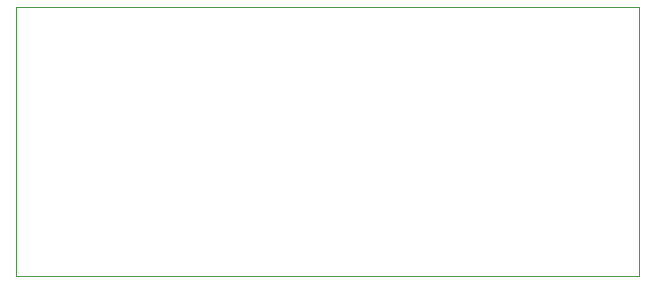
<source format=gbr>
%TF.GenerationSoftware,KiCad,Pcbnew,(5.99.0-7043-g7933935b4a)*%
%TF.CreationDate,2020-11-17T10:52:04+02:00*%
%TF.ProjectId,soul-fuzz,736f756c-2d66-4757-9a7a-2e6b69636164,rev?*%
%TF.SameCoordinates,Original*%
%TF.FileFunction,Profile,NP*%
%FSLAX46Y46*%
G04 Gerber Fmt 4.6, Leading zero omitted, Abs format (unit mm)*
G04 Created by KiCad (PCBNEW (5.99.0-7043-g7933935b4a)) date 2020-11-17 10:52:04*
%MOMM*%
%LPD*%
G01*
G04 APERTURE LIST*
%TA.AperFunction,Profile*%
%ADD10C,0.100000*%
%TD*%
G04 APERTURE END LIST*
D10*
X113630000Y-93200000D02*
X166350000Y-93200000D01*
X166350000Y-93200000D02*
X166350000Y-115940000D01*
X166350000Y-115940000D02*
X113630000Y-115940000D01*
X113630000Y-115940000D02*
X113630000Y-93200000D01*
M02*

</source>
